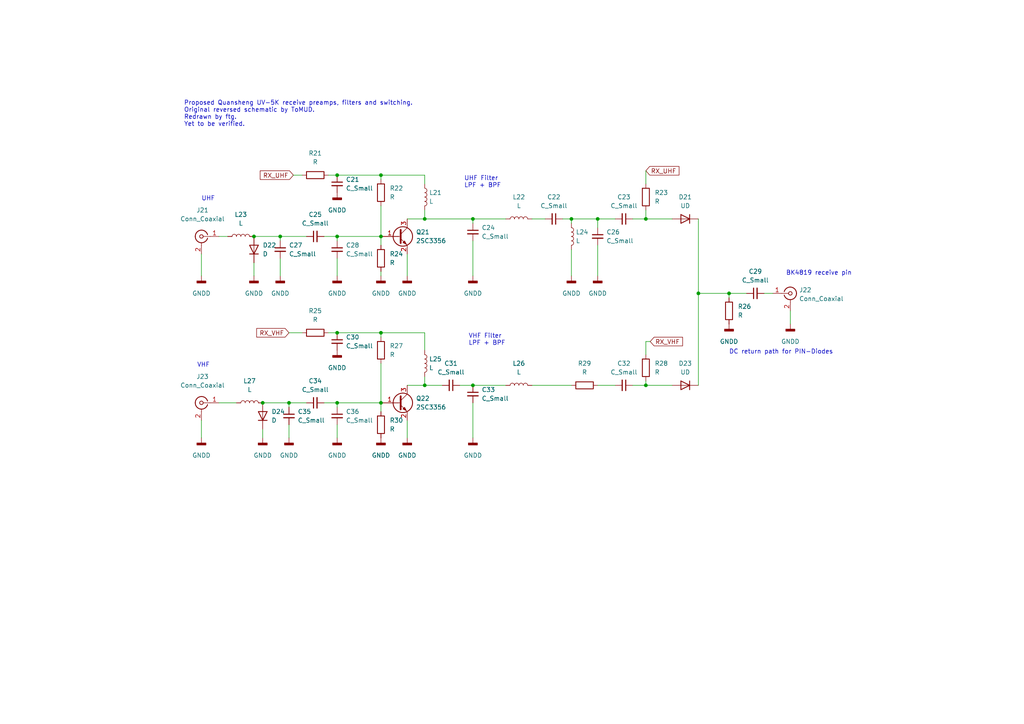
<source format=kicad_sch>
(kicad_sch (version 20230121) (generator eeschema)
  (paper "A4")
  (title_block (title "RX-Chain") (date "2023-09-27") (rev "ludwich") (comment 1 "https://github.com/ludwich66/Quansheng_UV-K5_Wiki/tree/main/hardware/KiCad") (comment 2 "https://github.com/ludwich66/Quansheng_UV-K5_Wiki/wiki/Parts---Teile") (comment 3 "Parts Overview Picture:") (comment 4 "Maintained by ludwich"))
  (lib_symbols
    (symbol "UV-K5:BFR92" (pin_names (offset 0) hide)
      (property "Reference" "Q" (at 5.08 1.905 0))
      (property "Value" "BFR92" (at 5.08 0 0))
      (symbol "BFR92_0_1"
        (polyline (pts (xy 0 0) (xy 0.635 0)))
        (polyline (pts (xy 0.635 0.635) (xy 2.54 2.54)))
        (polyline (pts (xy 2.54 -2.54) (xy 0.635 -0.635)))
        (polyline (pts (xy 0.635 1.905) (xy 0.635 0) (xy 0.635 -1.905) (xy 0.635 -1.905)) (stroke (width 0.508)))
        (polyline (pts (xy 2.286 -2.286) (xy 1.778 -1.27) (xy 1.27 -1.778) (xy 2.286 -2.286) (xy 2.286 -2.286)) (fill (type outline)))
        (circle (center 1.27 0) (radius 2.8194) (stroke (width 0.254)))
      )
      (symbol "BFR92_1_1"
        (pin input line (at -5.08 0 0) (length 5.08) (name "B") (number "1"))
        (pin passive line (at 2.54 -5.08 90) (length 2.54) (name "E") (number "2"))
        (pin passive line (at 2.54 5.08 270) (length 2.54) (name "C") (number "3"))
      )
    )
    (symbol "UV-K5:C_Small" (pin_numbers hide) (pin_names (offset 0.254) hide)
      (property "Reference" "C" (at 0.254 1.778 0))
      (property "Value" "C_Small" (at 0.254 -2.032 0))
      (symbol "C_Small_0_1"
        (polyline (pts (xy -1.524 -0.508) (xy 1.524 -0.508)) (stroke (width 0.3302)))
        (polyline (pts (xy -1.524 0.508) (xy 1.524 0.508)) (stroke (width 0.3048)))
      )
      (symbol "C_Small_1_1"
        (pin passive line (at 0 2.54 270) (length 2.032) (name "~") (number "1"))
        (pin passive line (at 0 -2.54 90) (length 2.032) (name "~") (number "2"))
      )
    )
    (symbol "UV-K5:Conn_Coaxial" (pin_names (offset 1.016) hide)
      (property "Reference" "J" (at 0.254 3.048 0))
      (property "Value" "Conn_Coaxial" (at 2.921 0 90))
      (symbol "Conn_Coaxial_0_1"
        (arc (start -1.778 -0.508) (mid 0.2311 -1.8066) (end 1.778 0) (stroke (width 0.254)))
        (polyline (pts (xy -2.54 0) (xy -0.508 0)))
        (polyline (pts (xy 0 -2.54) (xy 0 -1.778)))
        (circle (center 0 0) (radius 0.508) (stroke (width 0.2032)))
        (arc (start 1.778 0) (mid 0.2099 1.8101) (end -1.778 0.508) (stroke (width 0.254)))
      )
      (symbol "Conn_Coaxial_1_1"
        (pin passive line (at -5.08 0 0) (length 2.54) (name "In") (number "1"))
        (pin passive line (at 0 -5.08 90) (length 2.54) (name "Ext") (number "2"))
      )
    )
    (symbol "UV-K5:D" (pin_numbers hide) (pin_names (offset 1.016) hide)
      (property "Reference" "D" (at 0 2.54 0))
      (property "Value" "D" (at 0 -2.54 0))
      (symbol "D_0_1"
        (polyline (pts (xy -1.27 1.27) (xy -1.27 -1.27)) (stroke (width 0.254)))
        (polyline (pts (xy 1.27 0) (xy -1.27 0)))
        (polyline (pts (xy 1.27 1.27) (xy 1.27 -1.27) (xy -1.27 0) (xy 1.27 1.27)) (stroke (width 0.254)))
      )
      (symbol "D_1_1"
        (pin passive line (at -3.81 0 0) (length 2.54) (name "K") (number "1"))
        (pin passive line (at 3.81 0 180) (length 2.54) (name "A") (number "2"))
      )
    )
    (symbol "UV-K5:L" (pin_numbers hide) (pin_names (offset 1.016) hide)
      (property "Reference" "L" (at -1.27 0 90))
      (property "Value" "L" (at 1.905 0 90))
      (symbol "L_0_1"
        (arc (start 0 -2.54) (mid 0.6323 -1.905) (end 0 -1.27))
        (arc (start 0 -1.27) (mid 0.6323 -0.635) (end 0 0))
        (arc (start 0 0) (mid 0.6323 0.635) (end 0 1.27))
        (arc (start 0 1.27) (mid 0.6323 1.905) (end 0 2.54))
      )
      (symbol "L_1_1"
        (pin passive line (at 0 3.81 270) (length 1.27) (name "1") (number "1"))
        (pin passive line (at 0 -3.81 90) (length 1.27) (name "2") (number "2"))
      )
    )
    (symbol "UV-K5:R" (pin_numbers hide) (pin_names (offset 0))
      (property "Reference" "R" (at 2.032 0 90))
      (property "Value" "R" (at 0 0 90))
      (symbol "R_0_1"
        (rectangle (start -1.016 -2.54) (end 1.016 2.54) (stroke (width 0.254)))
      )
      (symbol "R_1_1"
        (pin passive line (at 0 3.81 270) (length 1.27) (name "~") (number "1"))
        (pin passive line (at 0 -3.81 90) (length 1.27) (name "~") (number "2"))
      )
    )
    (symbol "power:GNDD" (power) (pin_names (offset 0))
      (property "Value" "GNDD" (at 0 -3.175 0))
      (symbol "GNDD_0_1"
        (rectangle (start -1.27 -1.524) (end 1.27 -2.032) (stroke (width 0.254)) (fill (type outline)))
        (polyline (pts (xy 0 0) (xy 0 -1.524)))
      )
      (symbol "GNDD_1_1"
        (pin power_in line (at 0 0 270) (length 0) hide (name "GNDD") (number "1"))
      )
    )
  )
  (junction (at 81.28 68.58))
  (junction (at 73.66 68.58))
  (junction (at 123.19 111.76))
  (junction (at 123.19 63.5))
  (junction (at 137.16 111.76))
  (junction (at 110.49 68.58))
  (junction (at 110.49 116.84))
  (junction (at 187.325 111.76))
  (junction (at 83.82 116.84))
  (junction (at 76.2 116.84))
  (junction (at 97.79 68.58))
  (junction (at 97.79 116.84))
  (junction (at 173.355 63.5))
  (junction (at 137.16 63.5))
  (junction (at 97.79 50.8))
  (junction (at 211.455 85.09))
  (junction (at 202.565 85.09))
  (junction (at 165.735 63.5))
  (junction (at 110.49 50.8))
  (junction (at 187.325 63.5))
  (junction (at 97.79 96.52))
  (junction (at 110.49 96.52))
  (wire (pts (xy 118.11 63.5) (xy 123.19 63.5)))
  (wire (pts (xy 187.325 99.06) (xy 188.595 99.06)))
  (wire (pts (xy 211.455 86.36) (xy 211.455 85.09)))
  (wire (pts (xy 137.16 63.5) (xy 146.685 63.5)))
  (wire (pts (xy 118.11 111.76) (xy 123.19 111.76)))
  (wire (pts (xy 123.19 60.96) (xy 123.19 63.5)))
  (wire (pts (xy 202.565 63.5) (xy 202.565 85.09)))
  (wire (pts (xy 137.16 80.01) (xy 137.16 69.85)))
  (wire (pts (xy 97.79 69.85) (xy 97.79 68.58)))
  (wire (pts (xy 202.565 85.09) (xy 202.565 111.76)))
  (wire (pts (xy 110.49 116.84) (xy 110.49 119.38)))
  (wire (pts (xy 137.16 116.84) (xy 137.16 127)))
  (wire (pts (xy 183.515 63.5) (xy 187.325 63.5)))
  (wire (pts (xy 97.79 96.52) (xy 110.49 96.52)))
  (wire (pts (xy 165.735 64.77) (xy 165.735 63.5)))
  (wire (pts (xy 81.28 68.58) (xy 88.9 68.58)))
  (wire (pts (xy 95.25 96.52) (xy 97.79 96.52)))
  (wire (pts (xy 163.195 63.5) (xy 165.735 63.5)))
  (wire (pts (xy 110.49 59.69) (xy 110.49 68.58)))
  (wire (pts (xy 173.355 63.5) (xy 173.355 66.04)))
  (wire (pts (xy 97.79 116.84) (xy 97.79 118.11)))
  (wire (pts (xy 93.98 116.84) (xy 97.79 116.84)))
  (wire (pts (xy 123.19 50.8) (xy 110.49 50.8)))
  (wire (pts (xy 118.11 127) (xy 118.11 121.92)))
  (wire (pts (xy 154.305 111.76) (xy 165.735 111.76)))
  (wire (pts (xy 123.19 101.6) (xy 123.19 96.52)))
  (wire (pts (xy 73.66 68.58) (xy 81.28 68.58)))
  (wire (pts (xy 133.35 111.76) (xy 137.16 111.76)))
  (wire (pts (xy 173.355 80.01) (xy 173.355 71.12)))
  (wire (pts (xy 93.98 68.58) (xy 97.79 68.58)))
  (wire (pts (xy 110.49 68.58) (xy 110.49 71.12)))
  (wire (pts (xy 123.19 96.52) (xy 110.49 96.52)))
  (wire (pts (xy 211.455 85.09) (xy 216.535 85.09)))
  (wire (pts (xy 88.9 116.84) (xy 83.82 116.84)))
  (wire (pts (xy 165.735 63.5) (xy 173.355 63.5)))
  (wire (pts (xy 63.5 68.58) (xy 66.04 68.58)))
  (wire (pts (xy 229.235 93.98) (xy 229.235 90.17)))
  (wire (pts (xy 97.79 116.84) (xy 110.49 116.84)))
  (wire (pts (xy 165.735 80.01) (xy 165.735 72.39)))
  (wire (pts (xy 137.16 111.76) (xy 146.685 111.76)))
  (wire (pts (xy 187.325 63.5) (xy 194.945 63.5)))
  (wire (pts (xy 173.355 63.5) (xy 178.435 63.5)))
  (wire (pts (xy 128.27 111.76) (xy 123.19 111.76)))
  (wire (pts (xy 183.515 111.76) (xy 187.325 111.76)))
  (wire (pts (xy 97.79 68.58) (xy 110.49 68.58)))
  (wire (pts (xy 202.565 85.09) (xy 211.455 85.09)))
  (wire (pts (xy 118.11 80.01) (xy 118.11 73.66)))
  (wire (pts (xy 123.19 53.34) (xy 123.19 50.8)))
  (wire (pts (xy 83.82 96.52) (xy 87.63 96.52)))
  (wire (pts (xy 73.66 80.01) (xy 73.66 76.2)))
  (wire (pts (xy 137.16 63.5) (xy 137.16 64.77)))
  (wire (pts (xy 97.79 80.01) (xy 97.79 74.93)))
  (wire (pts (xy 123.19 111.76) (xy 123.19 109.22)))
  (wire (pts (xy 123.19 63.5) (xy 137.16 63.5)))
  (wire (pts (xy 187.325 60.96) (xy 187.325 63.5)))
  (wire (pts (xy 97.79 50.8) (xy 95.25 50.8)))
  (wire (pts (xy 187.325 110.49) (xy 187.325 111.76)))
  (wire (pts (xy 154.305 63.5) (xy 158.115 63.5)))
  (wire (pts (xy 81.28 68.58) (xy 81.28 69.85)))
  (wire (pts (xy 187.325 102.87) (xy 187.325 99.06)))
  (wire (pts (xy 173.355 111.76) (xy 178.435 111.76)))
  (wire (pts (xy 221.615 85.09) (xy 224.155 85.09)))
  (wire (pts (xy 83.82 116.84) (xy 83.82 118.11)))
  (wire (pts (xy 110.49 105.41) (xy 110.49 116.84)))
  (wire (pts (xy 97.79 127) (xy 97.79 123.19)))
  (wire (pts (xy 110.49 96.52) (xy 110.49 97.79)))
  (wire (pts (xy 97.79 50.8) (xy 110.49 50.8)))
  (wire (pts (xy 110.49 78.74) (xy 110.49 80.01)))
  (wire (pts (xy 58.42 80.01) (xy 58.42 73.66)))
  (wire (pts (xy 85.09 50.8) (xy 87.63 50.8)))
  (wire (pts (xy 76.2 127) (xy 76.2 124.46)))
  (wire (pts (xy 76.2 116.84) (xy 83.82 116.84)))
  (wire (pts (xy 58.42 127) (xy 58.42 121.92)))
  (wire (pts (xy 83.82 127) (xy 83.82 123.19)))
  (wire (pts (xy 187.325 49.53) (xy 187.325 53.34)))
  (wire (pts (xy 110.49 50.8) (xy 110.49 52.07)))
  (wire (pts (xy 63.5 116.84) (xy 68.58 116.84)))
  (wire (pts (xy 81.28 80.01) (xy 81.28 74.93)))
  (wire (pts (xy 187.325 111.76) (xy 194.945 111.76)))
  (text "BK4819 receive pin\n" (at 227.965 80.01 0) (effects (font (size 1.27 1.27)) (justify left bottom)))
  (text "UHF Filter\nLPF + BPF" (at 134.62 54.61 0) (effects (font (size 1.27 1.27)) (justify left bottom)))
  (text "VHF\n" (at 57.15 106.68 0) (effects (font (size 1.27 1.27)) (justify left bottom)))
  (text "UHF\n" (at 58.42 58.42 0) (effects (font (size 1.27 1.27)) (justify left bottom)))
  (text "DC return path for PIN-Diodes\n" (at 211.455 102.87 0) (effects (font (size 1.27 1.27)) (justify left bottom)))
  (text "Proposed Quansheng UV-5K receive preamps, filters and switching.\nOriginal reversed schematic by ToMUD.\nRedrawn by ftg.\nYet to be verified." (at 53.34 36.83 0) (effects (font (size 1.27 1.27)) (justify left bottom)))
  (text "VHF Filter\nLPF + BPF" (at 135.89 100.33 0) (effects (font (size 1.27 1.27)) (justify left bottom)))
  (global_label "RX_UHF" (shape input) (at 187.325 49.53 0) (property "Intersheetrefs" "${INTERSHEET_REFS}" (at 196.9348 49.4506 0) (effects (justify left))))
  (global_label "RX_UHF" (shape input) (at 85.09 50.8 180) (property "Intersheetrefs" "${INTERSHEET_REFS}" (at 75.4802 50.7206 0) (effects (justify right))))
  (global_label "RX_VHF" (shape input) (at 188.595 99.06 0) (property "Intersheetrefs" "${INTERSHEET_REFS}" (at 197.9629 98.9806 0) (effects (justify left))))
  (global_label "RX_VHF" (shape input) (at 83.82 96.52 180) (property "Intersheetrefs" "${INTERSHEET_REFS}" (at 74.4521 96.4406 0) (effects (justify right))))
  (symbol (lib_id "power:GNDD") (at 81.28 80.01 0) (unit 1)
    (property "Reference" "#PWR026" (effects hide))
    (property "Value" "GNDD" (at 81.28 85.09 0))
  )
  (symbol (lib_id "UV-K5:BFR92") (at 115.57 68.58 0) (unit 1)
    (property "Reference" "Q21" (at 120.65 67.3099 0) (effects (justify left)))
    (property "Value" "2SC3356" (at 120.65 69.8499 0) (effects (justify left)))
    (property "Footprint" "Package_TO_SOT_SMD:SOT-323_SC-70" (effects hide))
    (property "Datasheet" "https://assets.nexperia.com/documents/data-sheet/BFR92A_N.pdf" (effects hide))
  )
  (symbol (lib_id "UV-K5:C_Small") (at 97.79 99.06 0) (unit 1)
    (property "Reference" "C30" (at 100.33 97.7962 0) (effects (justify left)))
    (property "Value" "C_Small" (at 100.33 100.3362 0) (effects (justify left)))
  )
  (symbol (lib_id "UV-K5:Conn_Coaxial") (at 58.42 68.58 0) (mirror y) (unit 1)
    (property "Reference" "J21" (at 58.7374 60.96 0))
    (property "Value" "Conn_Coaxial" (at 58.7374 63.5 0))
    (property "Datasheet" " ~" (effects hide))
  )
  (symbol (lib_id "UV-K5:R") (at 91.44 50.8 90) (unit 1)
    (property "Reference" "R21" (at 91.44 44.45 90))
    (property "Value" "R" (at 91.44 46.99 90))
  )
  (symbol (lib_id "UV-K5:C_Small") (at 173.355 68.58 0) (unit 1)
    (property "Reference" "C26" (at 175.895 67.3162 0) (effects (justify left)))
    (property "Value" "C_Small" (at 175.895 69.8562 0) (effects (justify left)))
  )
  (symbol (lib_id "UV-K5:R") (at 110.49 123.19 0) (unit 1)
    (property "Reference" "R30" (at 113.03 121.9199 0) (effects (justify left)))
    (property "Value" "R" (at 113.03 124.4599 0) (effects (justify left)))
  )
  (symbol (lib_id "UV-K5:Conn_Coaxial") (at 58.42 116.84 0) (mirror y) (unit 1)
    (property "Reference" "J23" (at 58.7374 109.22 0))
    (property "Value" "Conn_Coaxial" (at 58.7374 111.76 0))
    (property "Datasheet" " ~" (effects hide))
  )
  (symbol (lib_id "UV-K5:BFR92") (at 115.57 116.84 0) (unit 1)
    (property "Reference" "Q22" (at 120.65 115.5699 0) (effects (justify left)))
    (property "Value" "2SC3356" (at 120.65 118.1099 0) (effects (justify left)))
    (property "Footprint" "Package_TO_SOT_SMD:SOT-323_SC-70" (effects hide))
    (property "Datasheet" "https://assets.nexperia.com/documents/data-sheet/BFR92A_N.pdf" (effects hide))
  )
  (symbol (lib_id "power:GNDD") (at 118.11 127 0) (unit 1)
    (property "Reference" "#PWR035" (effects hide))
    (property "Value" "GNDD" (at 118.11 132.08 0))
  )
  (symbol (lib_id "power:GNDD") (at 211.455 93.98 0) (unit 1)
    (property "Reference" "#PWR032" (effects hide))
    (property "Value" "GNDD" (at 211.455 99.06 0))
  )
  (symbol (lib_id "power:GNDD") (at 97.79 80.01 0) (unit 1)
    (property "Reference" "#PWR027" (effects hide))
    (property "Value" "GNDD" (at 97.79 85.09 0))
  )
  (symbol (lib_id "UV-K5:R") (at 110.49 55.88 0) (unit 1)
    (property "Reference" "R22" (at 113.03 54.6099 0) (effects (justify left)))
    (property "Value" "R" (at 113.03 57.1499 0) (effects (justify left)))
  )
  (symbol (lib_id "UV-K5:C_Small") (at 180.975 63.5 270) (unit 1)
    (property "Reference" "C23" (at 180.9686 57.15 90))
    (property "Value" "C_Small" (at 180.9686 59.69 90))
  )
  (symbol (lib_id "power:GNDD") (at 110.49 80.01 0) (unit 1)
    (property "Reference" "#PWR029" (effects hide))
    (property "Value" "GNDD" (at 110.49 85.09 0))
  )
  (symbol (lib_id "UV-K5:R") (at 169.545 111.76 90) (unit 1)
    (property "Reference" "R29" (at 169.545 105.41 90))
    (property "Value" "R" (at 169.545 107.95 90))
  )
  (symbol (lib_id "UV-K5:C_Small") (at 97.79 72.39 0) (unit 1)
    (property "Reference" "C28" (at 100.33 71.1262 0) (effects (justify left)))
    (property "Value" "C_Small" (at 100.33 73.6662 0) (effects (justify left)))
  )
  (symbol (lib_id "UV-K5:R") (at 187.325 106.68 180) (unit 1)
    (property "Reference" "R28" (at 189.865 105.4099 0) (effects (justify right)))
    (property "Value" "R" (at 189.865 107.9499 0) (effects (justify right)))
  )
  (symbol (lib_id "UV-K5:D") (at 76.2 120.65 270) (mirror x) (unit 1)
    (property "Reference" "D24" (at 78.74 119.3799 90) (effects (justify left)))
    (property "Value" "D" (at 78.74 121.9199 90) (effects (justify left)))
  )
  (symbol (lib_id "power:GNDD") (at 110.49 127 0) (unit 1)
    (property "Reference" "#PWR039" (effects hide))
    (property "Value" "GNDD" (at 110.49 132.08 0))
  )
  (symbol (lib_id "power:GNDD") (at 137.16 127 0) (unit 1)
    (property "Reference" "#PWR033" (effects hide))
    (property "Value" "GNDD" (at 137.16 132.08 0))
  )
  (symbol (lib_id "UV-K5:C_Small") (at 91.44 68.58 90) (unit 1)
    (property "Reference" "C25" (at 91.44 62.23 90))
    (property "Value" "C_Small" (at 91.4463 64.77 90))
  )
  (symbol (lib_id "power:GNDD") (at 73.66 80.01 0) (unit 1)
    (property "Reference" "#PWR028" (effects hide))
    (property "Value" "GNDD" (at 73.66 85.09 0))
  )
  (symbol (lib_id "UV-K5:R") (at 110.49 101.6 0) (unit 1)
    (property "Reference" "R27" (at 113.03 100.3299 0) (effects (justify left)))
    (property "Value" "R" (at 113.03 102.8699 0) (effects (justify left)))
  )
  (symbol (lib_id "power:GNDD") (at 97.79 55.88 0) (unit 1)
    (property "Reference" "#PWR084" (effects hide))
    (property "Value" "GNDD" (at 97.79 60.96 0))
  )
  (symbol (lib_id "UV-K5:C_Small") (at 97.79 120.65 0) (unit 1)
    (property "Reference" "C36" (at 100.33 119.3862 0) (effects (justify left)))
    (property "Value" "C_Small" (at 100.33 121.9262 0) (effects (justify left)))
  )
  (symbol (lib_id "power:GNDD") (at 58.42 80.01 0) (unit 1)
    (property "Reference" "#PWR024" (effects hide))
    (property "Value" "GNDD" (at 58.42 85.09 0))
  )
  (symbol (lib_id "UV-K5:R") (at 211.455 90.17 180) (unit 1)
    (property "Reference" "R26" (at 213.995 88.8999 0) (effects (justify right)))
    (property "Value" "R" (at 213.995 91.4399 0) (effects (justify right)))
  )
  (symbol (lib_id "power:GNDD") (at 118.11 80.01 0) (unit 1)
    (property "Reference" "#PWR025" (effects hide))
    (property "Value" "GNDD" (at 118.11 85.09 0))
  )
  (symbol (lib_id "UV-K5:C_Small") (at 160.655 63.5 270) (unit 1)
    (property "Reference" "C22" (at 160.6486 57.15 90))
    (property "Value" "C_Small" (at 160.6486 59.69 90))
  )
  (symbol (lib_id "UV-K5:C_Small") (at 180.975 111.76 270) (unit 1)
    (property "Reference" "C32" (at 180.9686 105.41 90))
    (property "Value" "C_Small" (at 180.9686 107.95 90))
  )
  (symbol (lib_id "UV-K5:C_Small") (at 91.44 116.84 90) (unit 1)
    (property "Reference" "C34" (at 91.44 110.49 90))
    (property "Value" "C_Small" (at 91.4463 113.03 90))
  )
  (symbol (lib_id "UV-K5:R") (at 91.44 96.52 90) (unit 1)
    (property "Reference" "R25" (at 91.44 90.17 90))
    (property "Value" "R" (at 91.44 92.71 90))
  )
  (symbol (lib_id "UV-K5:Conn_Coaxial") (at 229.235 85.09 0) (unit 1)
    (property "Reference" "J22" (at 231.775 84.1131 0) (effects (justify left)))
    (property "Value" "Conn_Coaxial" (at 231.775 86.6531 0) (effects (justify left)))
    (property "Datasheet" " ~" (effects hide))
  )
  (symbol (lib_id "power:GNDD") (at 83.82 127 0) (unit 1)
    (property "Reference" "#PWR036" (effects hide))
    (property "Value" "GNDD" (at 83.82 132.08 0))
  )
  (symbol (lib_id "UV-K5:C_Small") (at 81.28 72.39 0) (unit 1)
    (property "Reference" "C27" (at 83.82 71.1262 0) (effects (justify left)))
    (property "Value" "C_Small" (at 83.82 73.6662 0) (effects (justify left)))
  )
  (symbol (lib_id "power:GNDD") (at 173.355 80.01 0) (unit 1)
    (property "Reference" "#PWR022" (effects hide))
    (property "Value" "GNDD" (at 173.355 85.09 0))
  )
  (symbol (lib_id "UV-K5:C_Small") (at 137.16 67.31 0) (unit 1)
    (property "Reference" "C24" (at 139.7 66.0462 0) (effects (justify left)))
    (property "Value" "C_Small" (at 139.7 68.5862 0) (effects (justify left)))
  )
  (symbol (lib_id "UV-K5:L") (at 123.19 57.15 0) (unit 1)
    (property "Reference" "L21" (at 124.46 55.8799 0) (effects (justify left)))
    (property "Value" "L" (at 124.46 58.4199 0) (effects (justify left)))
  )
  (symbol (lib_id "power:GNDD") (at 76.2 127 0) (unit 1)
    (property "Reference" "#PWR038" (effects hide))
    (property "Value" "GNDD" (at 76.2 132.08 0))
  )
  (symbol (lib_id "power:GNDD") (at 165.735 80.01 0) (unit 1)
    (property "Reference" "#PWR023" (effects hide))
    (property "Value" "GNDD" (at 165.735 85.09 0))
  )
  (symbol (lib_id "UV-K5:C_Small") (at 97.79 53.34 0) (unit 1)
    (property "Reference" "C21" (at 100.33 52.0762 0) (effects (justify left)))
    (property "Value" "C_Small" (at 100.33 54.6162 0) (effects (justify left)))
  )
  (symbol (lib_id "power:GNDD") (at 229.235 93.98 0) (unit 1)
    (property "Reference" "#PWR030" (effects hide))
    (property "Value" "GNDD" (at 229.235 99.06 0))
  )
  (symbol (lib_id "power:GNDD") (at 97.79 127 0) (unit 1)
    (property "Reference" "#PWR037" (effects hide))
    (property "Value" "GNDD" (at 97.79 132.08 0))
  )
  (symbol (lib_id "UV-K5:L") (at 165.735 68.58 0) (unit 1)
    (property "Reference" "L24" (at 167.005 67.3099 0) (effects (justify left)))
    (property "Value" "L" (at 167.005 69.8499 0) (effects (justify left)))
  )
  (symbol (lib_id "UV-K5:R") (at 110.49 74.93 0) (unit 1)
    (property "Reference" "R24" (at 113.03 73.6599 0) (effects (justify left)))
    (property "Value" "R" (at 113.03 76.1999 0) (effects (justify left)))
  )
  (symbol (lib_id "UV-K5:L") (at 150.495 111.76 90) (unit 1)
    (property "Reference" "L26" (at 150.495 105.41 90))
    (property "Value" "L" (at 150.495 107.95 90))
  )
  (symbol (lib_id "UV-K5:R") (at 187.325 57.15 180) (unit 1)
    (property "Reference" "R23" (at 189.865 55.8799 0) (effects (justify right)))
    (property "Value" "R" (at 189.865 58.4199 0) (effects (justify right)))
  )
  (symbol (lib_id "UV-K5:D") (at 73.66 72.39 270) (mirror x) (unit 1)
    (property "Reference" "D22" (at 76.2 71.1199 90) (effects (justify left)))
    (property "Value" "D" (at 76.2 73.6599 90) (effects (justify left)))
  )
  (symbol (lib_id "UV-K5:C_Small") (at 83.82 120.65 0) (unit 1)
    (property "Reference" "C35" (at 86.36 119.3862 0) (effects (justify left)))
    (property "Value" "C_Small" (at 86.36 121.9262 0) (effects (justify left)))
  )
  (symbol (lib_id "UV-K5:L") (at 72.39 116.84 90) (unit 1)
    (property "Reference" "L27" (at 72.39 110.49 90))
    (property "Value" "L" (at 72.39 113.03 90))
  )
  (symbol (lib_id "power:GNDD") (at 137.16 80.01 0) (unit 1)
    (property "Reference" "#PWR021" (effects hide))
    (property "Value" "GNDD" (at 137.16 85.09 0))
  )
  (symbol (lib_id "power:GNDD") (at 58.42 127 0) (unit 1)
    (property "Reference" "#PWR034" (effects hide))
    (property "Value" "GNDD" (at 58.42 132.08 0))
  )
  (symbol (lib_id "UV-K5:C_Small") (at 219.075 85.09 90) (unit 1)
    (property "Reference" "C29" (at 219.0813 78.74 90))
    (property "Value" "C_Small" (at 219.0813 81.28 90))
  )
  (symbol (lib_id "UV-K5:L") (at 69.85 68.58 90) (unit 1)
    (property "Reference" "L23" (at 69.85 62.23 90))
    (property "Value" "L" (at 69.85 64.77 90))
  )
  (symbol (lib_id "UV-K5:D") (at 198.755 111.76 0) (mirror y) (unit 1)
    (property "Reference" "D23" (at 198.755 105.41 0))
    (property "Value" "UD" (at 198.755 107.95 0))
  )
  (symbol (lib_id "power:GNDD") (at 97.79 101.6 0) (unit 1)
    (property "Reference" "#PWR031" (effects hide))
    (property "Value" "GNDD" (at 97.79 106.68 0))
  )
  (symbol (lib_id "UV-K5:D") (at 198.755 63.5 0) (mirror y) (unit 1)
    (property "Reference" "D21" (at 198.755 57.15 0))
    (property "Value" "UD" (at 198.755 59.69 0))
  )
  (symbol (lib_id "UV-K5:L") (at 150.495 63.5 90) (unit 1)
    (property "Reference" "L22" (at 150.495 57.15 90))
    (property "Value" "L" (at 150.495 59.69 90))
  )
  (symbol (lib_id "UV-K5:C_Small") (at 130.81 111.76 270) (unit 1)
    (property "Reference" "C31" (at 130.8036 105.41 90))
    (property "Value" "C_Small" (at 130.8036 107.95 90))
  )
  (symbol (lib_id "UV-K5:C_Small") (at 137.16 114.3 0) (unit 1)
    (property "Reference" "C33" (at 139.7 113.0362 0) (effects (justify left)))
    (property "Value" "C_Small" (at 139.7 115.5762 0) (effects (justify left)))
  )
  (symbol (lib_id "UV-K5:L") (at 123.19 105.41 0) (unit 1)
    (property "Reference" "L25" (at 124.46 104.1399 0) (effects (justify left)))
    (property "Value" "L" (at 124.46 106.6799 0) (effects (justify left)))
  )
)
</source>
